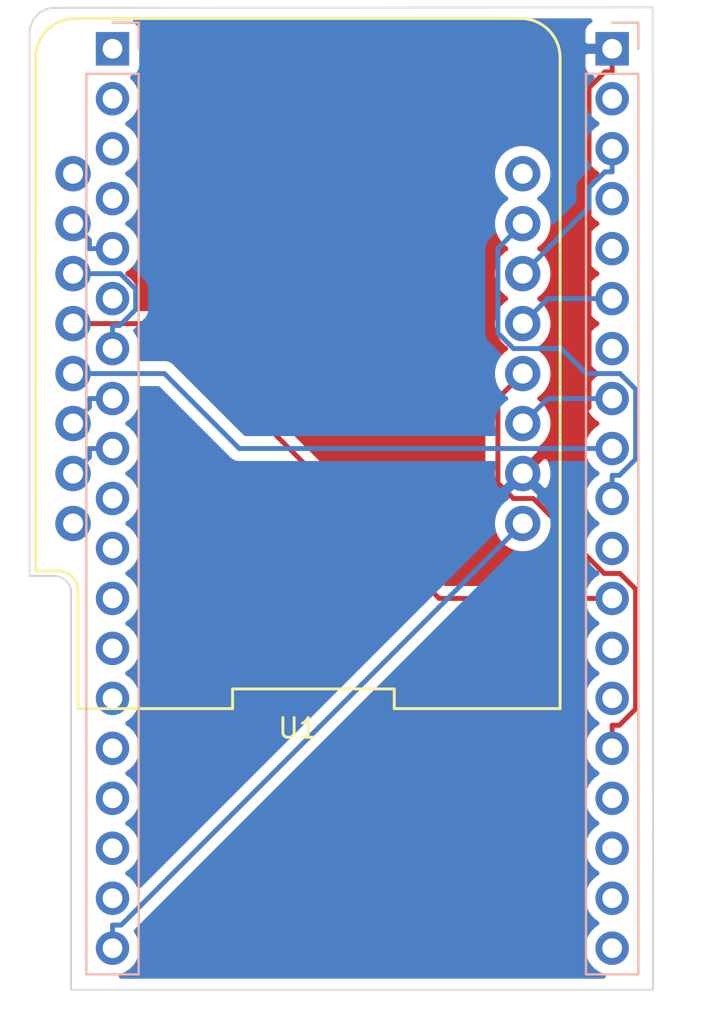
<source format=kicad_pcb>
(kicad_pcb (version 20171130) (host pcbnew "(5.1.5-0-10_14)")

  (general
    (thickness 1.6)
    (drawings 8)
    (tracks 63)
    (zones 0)
    (modules 3)
    (nets 42)
  )

  (page A4)
  (layers
    (0 F.Cu signal)
    (31 B.Cu signal)
    (32 B.Adhes user)
    (33 F.Adhes user)
    (34 B.Paste user)
    (35 F.Paste user)
    (36 B.SilkS user)
    (37 F.SilkS user)
    (38 B.Mask user)
    (39 F.Mask user)
    (40 Dwgs.User user)
    (41 Cmts.User user)
    (42 Eco1.User user)
    (43 Eco2.User user)
    (44 Edge.Cuts user)
    (45 Margin user)
    (46 B.CrtYd user)
    (47 F.CrtYd user)
    (48 B.Fab user)
    (49 F.Fab user)
  )

  (setup
    (last_trace_width 0.25)
    (trace_clearance 0.2)
    (zone_clearance 0.508)
    (zone_45_only no)
    (trace_min 0.2)
    (via_size 0.8)
    (via_drill 0.4)
    (via_min_size 0.4)
    (via_min_drill 0.3)
    (uvia_size 0.3)
    (uvia_drill 0.1)
    (uvias_allowed no)
    (uvia_min_size 0.2)
    (uvia_min_drill 0.1)
    (edge_width 0.05)
    (segment_width 0.2)
    (pcb_text_width 0.3)
    (pcb_text_size 1.5 1.5)
    (mod_edge_width 0.12)
    (mod_text_size 1 1)
    (mod_text_width 0.15)
    (pad_size 1.524 1.524)
    (pad_drill 0.762)
    (pad_to_mask_clearance 0.051)
    (solder_mask_min_width 0.25)
    (aux_axis_origin 0 0)
    (visible_elements FFFFFF7F)
    (pcbplotparams
      (layerselection 0x010fc_ffffffff)
      (usegerberextensions false)
      (usegerberattributes false)
      (usegerberadvancedattributes false)
      (creategerberjobfile false)
      (excludeedgelayer true)
      (linewidth 0.100000)
      (plotframeref false)
      (viasonmask false)
      (mode 1)
      (useauxorigin false)
      (hpglpennumber 1)
      (hpglpenspeed 20)
      (hpglpendiameter 15.000000)
      (psnegative false)
      (psa4output false)
      (plotreference true)
      (plotvalue true)
      (plotinvisibletext false)
      (padsonsilk false)
      (subtractmaskfromsilk false)
      (outputformat 1)
      (mirror false)
      (drillshape 0)
      (scaleselection 1)
      (outputdirectory "gerber/"))
  )

  (net 0 "")
  (net 1 "Net-(J1-Pad19)")
  (net 2 "Net-(J1-Pad18)")
  (net 3 "Net-(J1-Pad17)")
  (net 4 "Net-(J1-Pad16)")
  (net 5 "Net-(J1-Pad15)")
  (net 6 "Net-(J1-Pad14)")
  (net 7 "Net-(J1-Pad13)")
  (net 8 "Net-(J1-Pad12)")
  (net 9 "Net-(J1-Pad11)")
  (net 10 "Net-(J1-Pad10)")
  (net 11 "Net-(J1-Pad9)")
  (net 12 "Net-(J1-Pad8)")
  (net 13 "Net-(J1-Pad7)")
  (net 14 "Net-(J1-Pad6)")
  (net 15 "Net-(J1-Pad5)")
  (net 16 "Net-(J1-Pad4)")
  (net 17 "Net-(J1-Pad3)")
  (net 18 "Net-(J1-Pad2)")
  (net 19 "Net-(J1-Pad1)")
  (net 20 "Net-(J2-Pad19)")
  (net 21 "Net-(J2-Pad18)")
  (net 22 "Net-(J2-Pad17)")
  (net 23 "Net-(J2-Pad16)")
  (net 24 "Net-(J2-Pad15)")
  (net 25 "Net-(J2-Pad14)")
  (net 26 "Net-(J2-Pad13)")
  (net 27 "Net-(J2-Pad12)")
  (net 28 "Net-(J2-Pad11)")
  (net 29 "Net-(J2-Pad10)")
  (net 30 "Net-(J2-Pad9)")
  (net 31 "Net-(J2-Pad8)")
  (net 32 "Net-(J2-Pad7)")
  (net 33 "Net-(J2-Pad6)")
  (net 34 "Net-(J2-Pad5)")
  (net 35 "Net-(J2-Pad4)")
  (net 36 "Net-(J2-Pad3)")
  (net 37 "Net-(J2-Pad2)")
  (net 38 "Net-(U1-Pad16)")
  (net 39 "Net-(U1-Pad1)")
  (net 40 "Net-(U1-Pad8)")
  (net 41 GND)

  (net_class Default "Dies ist die voreingestellte Netzklasse."
    (clearance 0.2)
    (trace_width 0.25)
    (via_dia 0.8)
    (via_drill 0.4)
    (uvia_dia 0.3)
    (uvia_drill 0.1)
    (add_net GND)
    (add_net "Net-(J1-Pad1)")
    (add_net "Net-(J1-Pad10)")
    (add_net "Net-(J1-Pad11)")
    (add_net "Net-(J1-Pad12)")
    (add_net "Net-(J1-Pad13)")
    (add_net "Net-(J1-Pad14)")
    (add_net "Net-(J1-Pad15)")
    (add_net "Net-(J1-Pad16)")
    (add_net "Net-(J1-Pad17)")
    (add_net "Net-(J1-Pad18)")
    (add_net "Net-(J1-Pad19)")
    (add_net "Net-(J1-Pad2)")
    (add_net "Net-(J1-Pad3)")
    (add_net "Net-(J1-Pad4)")
    (add_net "Net-(J1-Pad5)")
    (add_net "Net-(J1-Pad6)")
    (add_net "Net-(J1-Pad7)")
    (add_net "Net-(J1-Pad8)")
    (add_net "Net-(J1-Pad9)")
    (add_net "Net-(J2-Pad10)")
    (add_net "Net-(J2-Pad11)")
    (add_net "Net-(J2-Pad12)")
    (add_net "Net-(J2-Pad13)")
    (add_net "Net-(J2-Pad14)")
    (add_net "Net-(J2-Pad15)")
    (add_net "Net-(J2-Pad16)")
    (add_net "Net-(J2-Pad17)")
    (add_net "Net-(J2-Pad18)")
    (add_net "Net-(J2-Pad19)")
    (add_net "Net-(J2-Pad2)")
    (add_net "Net-(J2-Pad3)")
    (add_net "Net-(J2-Pad4)")
    (add_net "Net-(J2-Pad5)")
    (add_net "Net-(J2-Pad6)")
    (add_net "Net-(J2-Pad7)")
    (add_net "Net-(J2-Pad8)")
    (add_net "Net-(J2-Pad9)")
    (add_net "Net-(U1-Pad1)")
    (add_net "Net-(U1-Pad16)")
    (add_net "Net-(U1-Pad8)")
  )

  (module wemos-d1-mini:wemos-d1-mini-connectors-only (layer F.Cu) (tedit 5EC77245) (tstamp 5EE78995)
    (at 55.1434 45.72 90)
    (path /5EE72A9E)
    (fp_text reference U1 (at -19.3 0) (layer F.SilkS)
      (effects (font (size 1 1) (thickness 0.15)))
    )
    (fp_text value WeMos_D1_mini (at 0 0 90) (layer F.Fab)
      (effects (font (size 1 1) (thickness 0.15)))
    )
    (fp_arc (start -12.48 -12.33) (end -11.48 -12.33) (angle 90) (layer F.CrtYd) (width 0.05))
    (fp_line (start -18.46 -11.33) (end -12.48 -11.33) (layer F.CrtYd) (width 0.05))
    (fp_line (start -11.48 -13.5) (end -11.48 -12.33) (layer F.CrtYd) (width 0.05))
    (fp_line (start -11.3 -13.33) (end -11.3 -13.33) (layer F.SilkS) (width 0.15))
    (fp_line (start -11.3 -12.17) (end -11.3 -13.33) (layer F.SilkS) (width 0.15))
    (fp_arc (start -12.3 -12.18) (end -11.3 -12.18) (angle 90) (layer F.SilkS) (width 0.15))
    (fp_line (start -18.3 -11.18) (end -12.3 -11.18) (layer F.SilkS) (width 0.15))
    (fp_arc (start 14.94 -11.5) (end 14.85 -13.5) (angle 92.57657183) (layer F.CrtYd) (width 0.05))
    (fp_arc (start 14.94 11.5) (end 16.94 11.5) (angle 90) (layer F.CrtYd) (width 0.05))
    (fp_arc (start 14.78 11.33) (end 16.78 11.33) (angle 90) (layer F.SilkS) (width 0.15))
    (fp_arc (start 14.78 -11.33) (end 14.78 -13.33) (angle 90) (layer F.SilkS) (width 0.15))
    (fp_line (start -18.46 13.5) (end -18.46 -11.33) (layer F.CrtYd) (width 0.05))
    (fp_line (start 14.94 13.5) (end -18.46 13.5) (layer F.CrtYd) (width 0.05))
    (fp_line (start 16.94 -11.5) (end 16.94 11.5) (layer F.CrtYd) (width 0.05))
    (fp_line (start -11.48 -13.5) (end 14.85 -13.5) (layer F.CrtYd) (width 0.05))
    (fp_line (start -18.3 4.9) (end -18.3 13.329999) (layer F.SilkS) (width 0.15))
    (fp_line (start -17.3 4.9) (end -18.3 4.9) (layer F.SilkS) (width 0.15))
    (fp_line (start -17.3 -3.32) (end -17.3 4.9) (layer F.SilkS) (width 0.15))
    (fp_line (start -18.3 -3.32) (end -17.3 -3.32) (layer F.SilkS) (width 0.15))
    (fp_line (start -18.3 -11.18) (end -18.3 -3.32) (layer F.SilkS) (width 0.15))
    (fp_line (start 14.78 -13.33) (end -11.3 -13.33) (layer F.SilkS) (width 0.15))
    (fp_line (start 16.78 11.33) (end 16.78 -11.33) (layer F.SilkS) (width 0.15))
    (fp_line (start -18.3 13.33) (end 14.78 13.33) (layer F.SilkS) (width 0.15))
    (pad 16 thru_hole circle (at 8.89 11.43 90) (size 1.8 1.8) (drill 1.016) (layers *.Cu *.Mask)
      (net 38 "Net-(U1-Pad16)"))
    (pad 1 thru_hole circle (at 8.89 -11.43 90) (size 1.8 1.8) (drill 1.016) (layers *.Cu *.Mask)
      (net 39 "Net-(U1-Pad1)"))
    (pad 15 thru_hole circle (at 6.35 11.43 90) (size 1.8 1.8) (drill 1.016) (layers *.Cu *.Mask)
      (net 29 "Net-(J2-Pad10)"))
    (pad 2 thru_hole circle (at 6.35 -11.43 90) (size 1.8 1.8) (drill 1.016) (layers *.Cu *.Mask)
      (net 15 "Net-(J1-Pad5)"))
    (pad 14 thru_hole circle (at 3.81 11.43 90) (size 1.8 1.8) (drill 1.016) (layers *.Cu *.Mask)
      (net 36 "Net-(J2-Pad3)"))
    (pad 3 thru_hole circle (at 3.81 -11.43 90) (size 1.8 1.8) (drill 1.016) (layers *.Cu *.Mask)
      (net 13 "Net-(J1-Pad7)"))
    (pad 13 thru_hole circle (at 1.27 11.43 90) (size 1.8 1.8) (drill 1.016) (layers *.Cu *.Mask)
      (net 33 "Net-(J2-Pad6)"))
    (pad 4 thru_hole circle (at 1.27 -11.43 90) (size 1.8 1.8) (drill 1.016) (layers *.Cu *.Mask)
      (net 27 "Net-(J2-Pad12)"))
    (pad 12 thru_hole circle (at -1.27 11.43 90) (size 1.8 1.8) (drill 1.016) (layers *.Cu *.Mask)
      (net 24 "Net-(J2-Pad15)"))
    (pad 5 thru_hole circle (at -1.27 -11.43 90) (size 1.8 1.8) (drill 1.016) (layers *.Cu *.Mask)
      (net 30 "Net-(J2-Pad9)"))
    (pad 11 thru_hole circle (at -3.81 11.43 90) (size 1.8 1.8) (drill 1.016) (layers *.Cu *.Mask)
      (net 31 "Net-(J2-Pad8)"))
    (pad 6 thru_hole circle (at -3.81 -11.43 90) (size 1.8 1.8) (drill 1.016) (layers *.Cu *.Mask)
      (net 12 "Net-(J1-Pad8)"))
    (pad 10 thru_hole circle (at -6.35 11.43 90) (size 1.8 1.8) (drill 1.016) (layers *.Cu *.Mask)
      (net 41 GND))
    (pad 7 thru_hole circle (at -6.35 -11.43 90) (size 1.8 1.8) (drill 1.016) (layers *.Cu *.Mask)
      (net 11 "Net-(J1-Pad9)"))
    (pad 9 thru_hole circle (at -8.89 11.43 90) (size 1.8 1.8) (drill 1.016) (layers *.Cu *.Mask)
      (net 1 "Net-(J1-Pad19)"))
    (pad 8 thru_hole circle (at -8.89 -11.43 90) (size 1.8 1.8) (drill 1.016) (layers *.Cu *.Mask)
      (net 40 "Net-(U1-Pad8)"))
    (model ${KIPRJMOD}/additional/3dshapes/wemos_d1_mini.3dshapes/SLW-108-01-G-S.wrl
      (offset (xyz 0 -11.39999982878918 0))
      (scale (xyz 0.3937 0.3937 0.3937))
      (rotate (xyz -90 0 0))
    )
    (model ${KIPRJMOD}/additional/3dshapes/wemos_d1_mini.3dshapes/SLW-108-01-G-S.wrl
      (offset (xyz 0 11.39999982878918 0))
      (scale (xyz 0.3937 0.3937 0.3937))
      (rotate (xyz -90 0 0))
    )
    (model ${KIPRJMOD}/additional/3dshapes/wemos_d1_mini.3dshapes/TSW-108-05-G-S.wrl
      (offset (xyz 0 -11.39999982878918 7.299999890364999))
      (scale (xyz 0.3937 0.3937 0.3937))
      (rotate (xyz 90 0 0))
    )
    (model ${KIPRJMOD}/additional/3dshapes/wemos_d1_mini.3dshapes/TSW-108-05-G-S.wrl
      (offset (xyz 0 11.39999982878918 7.299999890364999))
      (scale (xyz 0.3937 0.3937 0.3937))
      (rotate (xyz 90 0 0))
    )
    (model ${KIPRJMOD}/additional/3dshapes/wemos_d1_mini.3dshapes/d1_mini_shield.wrl
      (offset (xyz -18 13 6.5))
      (scale (xyz 0.4 0.4 0.4))
      (rotate (xyz 0 0 90))
    )
  )

  (module Connector_PinHeader_2.54mm:PinHeader_1x19_P2.54mm_Vertical (layer B.Cu) (tedit 59FED5CC) (tstamp 5EE77E78)
    (at 71.12 30.48 180)
    (descr "Through hole straight pin header, 1x19, 2.54mm pitch, single row")
    (tags "Through hole pin header THT 1x19 2.54mm single row")
    (path /5EE8EBD0)
    (fp_text reference J2 (at 0 2.33) (layer B.SilkS) hide
      (effects (font (size 1 1) (thickness 0.15)) (justify mirror))
    )
    (fp_text value Conn_01x19 (at 0 -48.05) (layer B.Fab)
      (effects (font (size 1 1) (thickness 0.15)) (justify mirror))
    )
    (fp_text user %R (at 0 -22.86 270) (layer B.Fab)
      (effects (font (size 1 1) (thickness 0.15)) (justify mirror))
    )
    (fp_line (start 1.8 1.8) (end -1.8 1.8) (layer B.CrtYd) (width 0.05))
    (fp_line (start 1.8 -47.5) (end 1.8 1.8) (layer B.CrtYd) (width 0.05))
    (fp_line (start -1.8 -47.5) (end 1.8 -47.5) (layer B.CrtYd) (width 0.05))
    (fp_line (start -1.8 1.8) (end -1.8 -47.5) (layer B.CrtYd) (width 0.05))
    (fp_line (start -1.33 1.33) (end 0 1.33) (layer B.SilkS) (width 0.12))
    (fp_line (start -1.33 0) (end -1.33 1.33) (layer B.SilkS) (width 0.12))
    (fp_line (start -1.33 -1.27) (end 1.33 -1.27) (layer B.SilkS) (width 0.12))
    (fp_line (start 1.33 -1.27) (end 1.33 -47.05) (layer B.SilkS) (width 0.12))
    (fp_line (start -1.33 -1.27) (end -1.33 -47.05) (layer B.SilkS) (width 0.12))
    (fp_line (start -1.33 -47.05) (end 1.33 -47.05) (layer B.SilkS) (width 0.12))
    (fp_line (start -1.27 0.635) (end -0.635 1.27) (layer B.Fab) (width 0.1))
    (fp_line (start -1.27 -46.99) (end -1.27 0.635) (layer B.Fab) (width 0.1))
    (fp_line (start 1.27 -46.99) (end -1.27 -46.99) (layer B.Fab) (width 0.1))
    (fp_line (start 1.27 1.27) (end 1.27 -46.99) (layer B.Fab) (width 0.1))
    (fp_line (start -0.635 1.27) (end 1.27 1.27) (layer B.Fab) (width 0.1))
    (pad 19 thru_hole oval (at 0 -45.72 180) (size 1.7 1.7) (drill 1) (layers *.Cu *.Mask)
      (net 20 "Net-(J2-Pad19)"))
    (pad 18 thru_hole oval (at 0 -43.18 180) (size 1.7 1.7) (drill 1) (layers *.Cu *.Mask)
      (net 21 "Net-(J2-Pad18)"))
    (pad 17 thru_hole oval (at 0 -40.64 180) (size 1.7 1.7) (drill 1) (layers *.Cu *.Mask)
      (net 22 "Net-(J2-Pad17)"))
    (pad 16 thru_hole oval (at 0 -38.1 180) (size 1.7 1.7) (drill 1) (layers *.Cu *.Mask)
      (net 23 "Net-(J2-Pad16)"))
    (pad 15 thru_hole oval (at 0 -35.56 180) (size 1.7 1.7) (drill 1) (layers *.Cu *.Mask)
      (net 24 "Net-(J2-Pad15)"))
    (pad 14 thru_hole oval (at 0 -33.02 180) (size 1.7 1.7) (drill 1) (layers *.Cu *.Mask)
      (net 25 "Net-(J2-Pad14)"))
    (pad 13 thru_hole oval (at 0 -30.48 180) (size 1.7 1.7) (drill 1) (layers *.Cu *.Mask)
      (net 26 "Net-(J2-Pad13)"))
    (pad 12 thru_hole oval (at 0 -27.94 180) (size 1.7 1.7) (drill 1) (layers *.Cu *.Mask)
      (net 27 "Net-(J2-Pad12)"))
    (pad 11 thru_hole oval (at 0 -25.4 180) (size 1.7 1.7) (drill 1) (layers *.Cu *.Mask)
      (net 28 "Net-(J2-Pad11)"))
    (pad 10 thru_hole oval (at 0 -22.86 180) (size 1.7 1.7) (drill 1) (layers *.Cu *.Mask)
      (net 29 "Net-(J2-Pad10)"))
    (pad 9 thru_hole oval (at 0 -20.32 180) (size 1.7 1.7) (drill 1) (layers *.Cu *.Mask)
      (net 30 "Net-(J2-Pad9)"))
    (pad 8 thru_hole oval (at 0 -17.78 180) (size 1.7 1.7) (drill 1) (layers *.Cu *.Mask)
      (net 31 "Net-(J2-Pad8)"))
    (pad 7 thru_hole oval (at 0 -15.24 180) (size 1.7 1.7) (drill 1) (layers *.Cu *.Mask)
      (net 32 "Net-(J2-Pad7)"))
    (pad 6 thru_hole oval (at 0 -12.7 180) (size 1.7 1.7) (drill 1) (layers *.Cu *.Mask)
      (net 33 "Net-(J2-Pad6)"))
    (pad 5 thru_hole oval (at 0 -10.16 180) (size 1.7 1.7) (drill 1) (layers *.Cu *.Mask)
      (net 34 "Net-(J2-Pad5)"))
    (pad 4 thru_hole oval (at 0 -7.62 180) (size 1.7 1.7) (drill 1) (layers *.Cu *.Mask)
      (net 35 "Net-(J2-Pad4)"))
    (pad 3 thru_hole oval (at 0 -5.08 180) (size 1.7 1.7) (drill 1) (layers *.Cu *.Mask)
      (net 36 "Net-(J2-Pad3)"))
    (pad 2 thru_hole oval (at 0 -2.54 180) (size 1.7 1.7) (drill 1) (layers *.Cu *.Mask)
      (net 37 "Net-(J2-Pad2)"))
    (pad 1 thru_hole rect (at 0 0 180) (size 1.7 1.7) (drill 1) (layers *.Cu *.Mask)
      (net 41 GND))
    (model ${KISYS3DMOD}/Connector_PinHeader_2.54mm.3dshapes/PinHeader_1x19_P2.54mm_Vertical.wrl
      (at (xyz 0 0 0))
      (scale (xyz 1 1 1))
      (rotate (xyz 0 0 0))
    )
  )

  (module Connector_PinHeader_2.54mm:PinHeader_1x19_P2.54mm_Vertical (layer B.Cu) (tedit 59FED5CC) (tstamp 5EE77E51)
    (at 45.72 30.48 180)
    (descr "Through hole straight pin header, 1x19, 2.54mm pitch, single row")
    (tags "Through hole pin header THT 1x19 2.54mm single row")
    (path /5EE8C4DA)
    (fp_text reference J1 (at 0 2.33) (layer B.SilkS) hide
      (effects (font (size 1 1) (thickness 0.15)) (justify mirror))
    )
    (fp_text value Conn_01x19 (at 0 -48.05) (layer B.Fab)
      (effects (font (size 1 1) (thickness 0.15)) (justify mirror))
    )
    (fp_text user %R (at 0 -22.86 270) (layer B.Fab)
      (effects (font (size 1 1) (thickness 0.15)) (justify mirror))
    )
    (fp_line (start 1.8 1.8) (end -1.8 1.8) (layer B.CrtYd) (width 0.05))
    (fp_line (start 1.8 -47.5) (end 1.8 1.8) (layer B.CrtYd) (width 0.05))
    (fp_line (start -1.8 -47.5) (end 1.8 -47.5) (layer B.CrtYd) (width 0.05))
    (fp_line (start -1.8 1.8) (end -1.8 -47.5) (layer B.CrtYd) (width 0.05))
    (fp_line (start -1.33 1.33) (end 0 1.33) (layer B.SilkS) (width 0.12))
    (fp_line (start -1.33 0) (end -1.33 1.33) (layer B.SilkS) (width 0.12))
    (fp_line (start -1.33 -1.27) (end 1.33 -1.27) (layer B.SilkS) (width 0.12))
    (fp_line (start 1.33 -1.27) (end 1.33 -47.05) (layer B.SilkS) (width 0.12))
    (fp_line (start -1.33 -1.27) (end -1.33 -47.05) (layer B.SilkS) (width 0.12))
    (fp_line (start -1.33 -47.05) (end 1.33 -47.05) (layer B.SilkS) (width 0.12))
    (fp_line (start -1.27 0.635) (end -0.635 1.27) (layer B.Fab) (width 0.1))
    (fp_line (start -1.27 -46.99) (end -1.27 0.635) (layer B.Fab) (width 0.1))
    (fp_line (start 1.27 -46.99) (end -1.27 -46.99) (layer B.Fab) (width 0.1))
    (fp_line (start 1.27 1.27) (end 1.27 -46.99) (layer B.Fab) (width 0.1))
    (fp_line (start -0.635 1.27) (end 1.27 1.27) (layer B.Fab) (width 0.1))
    (pad 19 thru_hole oval (at 0 -45.72 180) (size 1.7 1.7) (drill 1) (layers *.Cu *.Mask)
      (net 1 "Net-(J1-Pad19)"))
    (pad 18 thru_hole oval (at 0 -43.18 180) (size 1.7 1.7) (drill 1) (layers *.Cu *.Mask)
      (net 2 "Net-(J1-Pad18)"))
    (pad 17 thru_hole oval (at 0 -40.64 180) (size 1.7 1.7) (drill 1) (layers *.Cu *.Mask)
      (net 3 "Net-(J1-Pad17)"))
    (pad 16 thru_hole oval (at 0 -38.1 180) (size 1.7 1.7) (drill 1) (layers *.Cu *.Mask)
      (net 4 "Net-(J1-Pad16)"))
    (pad 15 thru_hole oval (at 0 -35.56 180) (size 1.7 1.7) (drill 1) (layers *.Cu *.Mask)
      (net 5 "Net-(J1-Pad15)"))
    (pad 14 thru_hole oval (at 0 -33.02 180) (size 1.7 1.7) (drill 1) (layers *.Cu *.Mask)
      (net 6 "Net-(J1-Pad14)"))
    (pad 13 thru_hole oval (at 0 -30.48 180) (size 1.7 1.7) (drill 1) (layers *.Cu *.Mask)
      (net 7 "Net-(J1-Pad13)"))
    (pad 12 thru_hole oval (at 0 -27.94 180) (size 1.7 1.7) (drill 1) (layers *.Cu *.Mask)
      (net 8 "Net-(J1-Pad12)"))
    (pad 11 thru_hole oval (at 0 -25.4 180) (size 1.7 1.7) (drill 1) (layers *.Cu *.Mask)
      (net 9 "Net-(J1-Pad11)"))
    (pad 10 thru_hole oval (at 0 -22.86 180) (size 1.7 1.7) (drill 1) (layers *.Cu *.Mask)
      (net 10 "Net-(J1-Pad10)"))
    (pad 9 thru_hole oval (at 0 -20.32 180) (size 1.7 1.7) (drill 1) (layers *.Cu *.Mask)
      (net 11 "Net-(J1-Pad9)"))
    (pad 8 thru_hole oval (at 0 -17.78 180) (size 1.7 1.7) (drill 1) (layers *.Cu *.Mask)
      (net 12 "Net-(J1-Pad8)"))
    (pad 7 thru_hole oval (at 0 -15.24 180) (size 1.7 1.7) (drill 1) (layers *.Cu *.Mask)
      (net 13 "Net-(J1-Pad7)"))
    (pad 6 thru_hole oval (at 0 -12.7 180) (size 1.7 1.7) (drill 1) (layers *.Cu *.Mask)
      (net 14 "Net-(J1-Pad6)"))
    (pad 5 thru_hole oval (at 0 -10.16 180) (size 1.7 1.7) (drill 1) (layers *.Cu *.Mask)
      (net 15 "Net-(J1-Pad5)"))
    (pad 4 thru_hole oval (at 0 -7.62 180) (size 1.7 1.7) (drill 1) (layers *.Cu *.Mask)
      (net 16 "Net-(J1-Pad4)"))
    (pad 3 thru_hole oval (at 0 -5.08 180) (size 1.7 1.7) (drill 1) (layers *.Cu *.Mask)
      (net 17 "Net-(J1-Pad3)"))
    (pad 2 thru_hole oval (at 0 -2.54 180) (size 1.7 1.7) (drill 1) (layers *.Cu *.Mask)
      (net 18 "Net-(J1-Pad2)"))
    (pad 1 thru_hole rect (at 0 0 180) (size 1.7 1.7) (drill 1) (layers *.Cu *.Mask)
      (net 19 "Net-(J1-Pad1)"))
    (model ${KISYS3DMOD}/Connector_PinHeader_2.54mm.3dshapes/PinHeader_1x19_P2.54mm_Vertical.wrl
      (at (xyz 0 0 0))
      (scale (xyz 1 1 1))
      (rotate (xyz 0 0 0))
    )
  )

  (gr_arc (start 42.798999 29.692599) (end 42.7736 28.3972) (angle -88.9) (layer Edge.Cuts) (width 0.1))
  (gr_arc (start 42.722801 58.193517) (end 43.6118 57.964918) (angle -72.4) (layer Edge.Cuts) (width 0.1))
  (gr_line (start 41.5036 57.277) (end 42.773709 57.27701) (layer Edge.Cuts) (width 0.1))
  (gr_line (start 73.1774 28.3718) (end 73.2028 78.3082) (layer Edge.Cuts) (width 0.1))
  (gr_line (start 42.7736 28.3972) (end 73.1774 28.3718) (layer Edge.Cuts) (width 0.1))
  (gr_line (start 41.5036 57.277) (end 41.5036 29.6926) (layer Edge.Cuts) (width 0.1))
  (gr_line (start 43.6118 78.3082) (end 43.6118 57.964918) (layer Edge.Cuts) (width 0.1))
  (gr_line (start 73.2028 78.3082) (end 43.6118 78.3082) (layer Edge.Cuts) (width 0.1))

  (segment (start 45.72 76.2) (end 45.72 75.0247) (width 0.25) (layer B.Cu) (net 1))
  (segment (start 45.72 75.0247) (end 46.1587 75.0247) (width 0.25) (layer B.Cu) (net 1))
  (segment (start 46.1587 75.0247) (end 66.5734 54.61) (width 0.25) (layer B.Cu) (net 1))
  (segment (start 45.72 50.8) (end 44.5447 50.8) (width 0.25) (layer B.Cu) (net 11))
  (segment (start 44.5447 50.8) (end 44.5447 51.2387) (width 0.25) (layer B.Cu) (net 11))
  (segment (start 44.5447 51.2387) (end 43.7134 52.07) (width 0.25) (layer B.Cu) (net 11))
  (segment (start 45.72 48.26) (end 44.5447 48.26) (width 0.25) (layer B.Cu) (net 12))
  (segment (start 44.5447 48.26) (end 44.5447 48.6987) (width 0.25) (layer B.Cu) (net 12))
  (segment (start 44.5447 48.6987) (end 43.7134 49.53) (width 0.25) (layer B.Cu) (net 12))
  (segment (start 45.72 45.72) (end 45.72 44.5447) (width 0.25) (layer B.Cu) (net 13))
  (segment (start 45.72 44.5447) (end 46.0874 44.5447) (width 0.25) (layer B.Cu) (net 13))
  (segment (start 46.0874 44.5447) (end 46.8953 43.7368) (width 0.25) (layer B.Cu) (net 13))
  (segment (start 46.8953 43.7368) (end 46.8953 42.6931) (width 0.25) (layer B.Cu) (net 13))
  (segment (start 46.8953 42.6931) (end 46.1123 41.9101) (width 0.25) (layer B.Cu) (net 13))
  (segment (start 46.1123 41.9101) (end 43.7134 41.9101) (width 0.25) (layer B.Cu) (net 13))
  (segment (start 43.7134 41.9101) (end 43.7134 41.91) (width 0.25) (layer B.Cu) (net 13))
  (segment (start 45.72 40.64) (end 44.5447 40.64) (width 0.25) (layer B.Cu) (net 15))
  (segment (start 44.5447 40.64) (end 44.5447 40.2013) (width 0.25) (layer B.Cu) (net 15))
  (segment (start 44.5447 40.2013) (end 43.7134 39.37) (width 0.25) (layer B.Cu) (net 15))
  (segment (start 71.12 66.04) (end 71.12 64.8647) (width 0.25) (layer F.Cu) (net 24))
  (segment (start 71.12 64.8647) (end 71.4873 64.8647) (width 0.25) (layer F.Cu) (net 24))
  (segment (start 71.4873 64.8647) (end 72.3123 64.0397) (width 0.25) (layer F.Cu) (net 24))
  (segment (start 72.3123 64.0397) (end 72.3123 57.9462) (width 0.25) (layer F.Cu) (net 24))
  (segment (start 72.3123 57.9462) (end 71.5161 57.15) (width 0.25) (layer F.Cu) (net 24))
  (segment (start 71.5161 57.15) (end 70.7145 57.15) (width 0.25) (layer F.Cu) (net 24))
  (segment (start 70.7145 57.15) (end 68.5342 54.9697) (width 0.25) (layer F.Cu) (net 24))
  (segment (start 68.5342 54.9697) (end 68.5342 54.7659) (width 0.25) (layer F.Cu) (net 24))
  (segment (start 68.5342 54.7659) (end 67.1083 53.34) (width 0.25) (layer F.Cu) (net 24))
  (segment (start 67.1083 53.34) (end 66.1003 53.34) (width 0.25) (layer F.Cu) (net 24))
  (segment (start 66.1003 53.34) (end 65.3114 52.5511) (width 0.25) (layer F.Cu) (net 24))
  (segment (start 65.3114 52.5511) (end 65.3114 48.252) (width 0.25) (layer F.Cu) (net 24))
  (segment (start 65.3114 48.252) (end 66.5734 46.99) (width 0.25) (layer F.Cu) (net 24))
  (segment (start 71.12 58.42) (end 62.3264 58.42) (width 0.25) (layer F.Cu) (net 27))
  (segment (start 62.3264 58.42) (end 48.3564 44.45) (width 0.25) (layer F.Cu) (net 27))
  (segment (start 48.3564 44.45) (end 43.7134 44.45) (width 0.25) (layer F.Cu) (net 27))
  (segment (start 71.12 53.34) (end 71.12 52.1647) (width 0.25) (layer B.Cu) (net 29))
  (segment (start 71.12 52.1647) (end 71.4873 52.1647) (width 0.25) (layer B.Cu) (net 29))
  (segment (start 71.4873 52.1647) (end 72.3123 51.3397) (width 0.25) (layer B.Cu) (net 29))
  (segment (start 72.3123 51.3397) (end 72.3123 47.7862) (width 0.25) (layer B.Cu) (net 29))
  (segment (start 72.3123 47.7862) (end 71.5161 46.99) (width 0.25) (layer B.Cu) (net 29))
  (segment (start 71.5161 46.99) (end 69.8042 46.99) (width 0.25) (layer B.Cu) (net 29))
  (segment (start 69.8042 46.99) (end 68.5342 45.72) (width 0.25) (layer B.Cu) (net 29))
  (segment (start 68.5342 45.72) (end 66.1046 45.72) (width 0.25) (layer B.Cu) (net 29))
  (segment (start 66.1046 45.72) (end 65.3117 44.9271) (width 0.25) (layer B.Cu) (net 29))
  (segment (start 65.3117 44.9271) (end 65.3117 40.6317) (width 0.25) (layer B.Cu) (net 29))
  (segment (start 65.3117 40.6317) (end 66.5734 39.37) (width 0.25) (layer B.Cu) (net 29))
  (segment (start 71.12 50.8) (end 52.1664 50.8) (width 0.25) (layer B.Cu) (net 30))
  (segment (start 52.1664 50.8) (end 48.3564 46.99) (width 0.25) (layer B.Cu) (net 30))
  (segment (start 48.3564 46.99) (end 43.7134 46.99) (width 0.25) (layer B.Cu) (net 30))
  (segment (start 71.12 48.26) (end 67.8434 48.26) (width 0.25) (layer B.Cu) (net 31))
  (segment (start 67.8434 48.26) (end 66.5734 49.53) (width 0.25) (layer B.Cu) (net 31))
  (segment (start 71.12 43.18) (end 67.8434 43.18) (width 0.25) (layer B.Cu) (net 33))
  (segment (start 67.8434 43.18) (end 66.5734 44.45) (width 0.25) (layer B.Cu) (net 33))
  (segment (start 71.12 35.56) (end 71.12 36.7353) (width 0.25) (layer B.Cu) (net 36))
  (segment (start 71.12 36.7353) (end 70.7526 36.7353) (width 0.25) (layer B.Cu) (net 36))
  (segment (start 70.7526 36.7353) (end 69.9447 37.5432) (width 0.25) (layer B.Cu) (net 36))
  (segment (start 69.9447 37.5432) (end 69.9447 38.5387) (width 0.25) (layer B.Cu) (net 36))
  (segment (start 69.9447 38.5387) (end 66.5734 41.91) (width 0.25) (layer B.Cu) (net 36))
  (segment (start 71.12 30.48) (end 71.12 31.6553) (width 0.25) (layer F.Cu) (net 41))
  (segment (start 71.12 31.6553) (end 70.7526 31.6553) (width 0.25) (layer F.Cu) (net 41))
  (segment (start 70.7526 31.6553) (end 69.9447 32.4632) (width 0.25) (layer F.Cu) (net 41))
  (segment (start 69.9447 32.4632) (end 69.9447 48.6987) (width 0.25) (layer F.Cu) (net 41))
  (segment (start 69.9447 48.6987) (end 66.5734 52.07) (width 0.25) (layer F.Cu) (net 41))

  (zone (net 41) (net_name GND) (layer F.Cu) (tstamp 5EE79FA7) (hatch edge 0.508)
    (connect_pads (clearance 0.508))
    (min_thickness 0.254)
    (fill yes (arc_segments 32) (thermal_gap 0.508) (thermal_bridge_width 0.508))
    (polygon
      (pts
        (xy 76 80) (xy 40 80) (xy 40 28) (xy 76 28)
      )
    )
    (filled_polygon
      (pts
        (xy 69.915506 29.099463) (xy 69.818815 29.178815) (xy 69.739463 29.275506) (xy 69.680498 29.38582) (xy 69.644188 29.505518)
        (xy 69.631928 29.63) (xy 69.635 30.19425) (xy 69.79375 30.353) (xy 70.993 30.353) (xy 70.993 30.333)
        (xy 71.247 30.333) (xy 71.247 30.353) (xy 71.267 30.353) (xy 71.267 30.607) (xy 71.247 30.607)
        (xy 71.247 30.627) (xy 70.993 30.627) (xy 70.993 30.607) (xy 69.79375 30.607) (xy 69.635 30.76575)
        (xy 69.631928 31.33) (xy 69.644188 31.454482) (xy 69.680498 31.57418) (xy 69.739463 31.684494) (xy 69.818815 31.781185)
        (xy 69.915506 31.860537) (xy 70.02582 31.919502) (xy 70.09838 31.941513) (xy 69.966525 32.073368) (xy 69.80401 32.316589)
        (xy 69.692068 32.586842) (xy 69.635 32.87374) (xy 69.635 33.16626) (xy 69.692068 33.453158) (xy 69.80401 33.723411)
        (xy 69.966525 33.966632) (xy 70.173368 34.173475) (xy 70.34776 34.29) (xy 70.173368 34.406525) (xy 69.966525 34.613368)
        (xy 69.80401 34.856589) (xy 69.692068 35.126842) (xy 69.635 35.41374) (xy 69.635 35.70626) (xy 69.692068 35.993158)
        (xy 69.80401 36.263411) (xy 69.966525 36.506632) (xy 70.173368 36.713475) (xy 70.34776 36.83) (xy 70.173368 36.946525)
        (xy 69.966525 37.153368) (xy 69.80401 37.396589) (xy 69.692068 37.666842) (xy 69.635 37.95374) (xy 69.635 38.24626)
        (xy 69.692068 38.533158) (xy 69.80401 38.803411) (xy 69.966525 39.046632) (xy 70.173368 39.253475) (xy 70.34776 39.37)
        (xy 70.173368 39.486525) (xy 69.966525 39.693368) (xy 69.80401 39.936589) (xy 69.692068 40.206842) (xy 69.635 40.49374)
        (xy 69.635 40.78626) (xy 69.692068 41.073158) (xy 69.80401 41.343411) (xy 69.966525 41.586632) (xy 70.173368 41.793475)
        (xy 70.34776 41.91) (xy 70.173368 42.026525) (xy 69.966525 42.233368) (xy 69.80401 42.476589) (xy 69.692068 42.746842)
        (xy 69.635 43.03374) (xy 69.635 43.32626) (xy 69.692068 43.613158) (xy 69.80401 43.883411) (xy 69.966525 44.126632)
        (xy 70.173368 44.333475) (xy 70.34776 44.45) (xy 70.173368 44.566525) (xy 69.966525 44.773368) (xy 69.80401 45.016589)
        (xy 69.692068 45.286842) (xy 69.635 45.57374) (xy 69.635 45.86626) (xy 69.692068 46.153158) (xy 69.80401 46.423411)
        (xy 69.966525 46.666632) (xy 70.173368 46.873475) (xy 70.34776 46.99) (xy 70.173368 47.106525) (xy 69.966525 47.313368)
        (xy 69.80401 47.556589) (xy 69.692068 47.826842) (xy 69.635 48.11374) (xy 69.635 48.40626) (xy 69.692068 48.693158)
        (xy 69.80401 48.963411) (xy 69.966525 49.206632) (xy 70.173368 49.413475) (xy 70.34776 49.53) (xy 70.173368 49.646525)
        (xy 69.966525 49.853368) (xy 69.80401 50.096589) (xy 69.692068 50.366842) (xy 69.635 50.65374) (xy 69.635 50.94626)
        (xy 69.692068 51.233158) (xy 69.80401 51.503411) (xy 69.966525 51.746632) (xy 70.173368 51.953475) (xy 70.34776 52.07)
        (xy 70.173368 52.186525) (xy 69.966525 52.393368) (xy 69.80401 52.636589) (xy 69.692068 52.906842) (xy 69.635 53.19374)
        (xy 69.635 53.48626) (xy 69.692068 53.773158) (xy 69.80401 54.043411) (xy 69.966525 54.286632) (xy 70.173368 54.493475)
        (xy 70.34776 54.61) (xy 70.173368 54.726525) (xy 69.966525 54.933368) (xy 69.808769 55.169467) (xy 69.286151 54.64685)
        (xy 69.283203 54.616915) (xy 69.239746 54.473654) (xy 69.239746 54.473653) (xy 69.169174 54.341623) (xy 69.097999 54.254897)
        (xy 69.074201 54.225899) (xy 69.045203 54.202101) (xy 67.757923 52.914822) (xy 67.891661 52.870792) (xy 68.022558 52.598225)
        (xy 68.097765 52.305358) (xy 68.114391 52.003447) (xy 68.071797 51.704093) (xy 67.971622 51.418801) (xy 67.891661 51.269208)
        (xy 67.63748 51.185525) (xy 66.753005 52.07) (xy 66.767148 52.084143) (xy 66.587543 52.263748) (xy 66.5734 52.249605)
        (xy 66.559258 52.263748) (xy 66.379653 52.084143) (xy 66.393795 52.07) (xy 66.379653 52.055858) (xy 66.559258 51.876253)
        (xy 66.5734 51.890395) (xy 67.457875 51.00592) (xy 67.398295 50.824951) (xy 67.551905 50.722312) (xy 67.765712 50.508505)
        (xy 67.933699 50.257095) (xy 68.049411 49.977743) (xy 68.1084 49.681184) (xy 68.1084 49.378816) (xy 68.049411 49.082257)
        (xy 67.933699 48.802905) (xy 67.765712 48.551495) (xy 67.551905 48.337688) (xy 67.435637 48.26) (xy 67.551905 48.182312)
        (xy 67.765712 47.968505) (xy 67.933699 47.717095) (xy 68.049411 47.437743) (xy 68.1084 47.141184) (xy 68.1084 46.838816)
        (xy 68.049411 46.542257) (xy 67.933699 46.262905) (xy 67.765712 46.011495) (xy 67.551905 45.797688) (xy 67.435637 45.72)
        (xy 67.551905 45.642312) (xy 67.765712 45.428505) (xy 67.933699 45.177095) (xy 68.049411 44.897743) (xy 68.1084 44.601184)
        (xy 68.1084 44.298816) (xy 68.049411 44.002257) (xy 67.933699 43.722905) (xy 67.765712 43.471495) (xy 67.551905 43.257688)
        (xy 67.435637 43.18) (xy 67.551905 43.102312) (xy 67.765712 42.888505) (xy 67.933699 42.637095) (xy 68.049411 42.357743)
        (xy 68.1084 42.061184) (xy 68.1084 41.758816) (xy 68.049411 41.462257) (xy 67.933699 41.182905) (xy 67.765712 40.931495)
        (xy 67.551905 40.717688) (xy 67.435637 40.64) (xy 67.551905 40.562312) (xy 67.765712 40.348505) (xy 67.933699 40.097095)
        (xy 68.049411 39.817743) (xy 68.1084 39.521184) (xy 68.1084 39.218816) (xy 68.049411 38.922257) (xy 67.933699 38.642905)
        (xy 67.765712 38.391495) (xy 67.551905 38.177688) (xy 67.435637 38.1) (xy 67.551905 38.022312) (xy 67.765712 37.808505)
        (xy 67.933699 37.557095) (xy 68.049411 37.277743) (xy 68.1084 36.981184) (xy 68.1084 36.678816) (xy 68.049411 36.382257)
        (xy 67.933699 36.102905) (xy 67.765712 35.851495) (xy 67.551905 35.637688) (xy 67.300495 35.469701) (xy 67.021143 35.353989)
        (xy 66.724584 35.295) (xy 66.422216 35.295) (xy 66.125657 35.353989) (xy 65.846305 35.469701) (xy 65.594895 35.637688)
        (xy 65.381088 35.851495) (xy 65.213101 36.102905) (xy 65.097389 36.382257) (xy 65.0384 36.678816) (xy 65.0384 36.981184)
        (xy 65.097389 37.277743) (xy 65.213101 37.557095) (xy 65.381088 37.808505) (xy 65.594895 38.022312) (xy 65.711163 38.1)
        (xy 65.594895 38.177688) (xy 65.381088 38.391495) (xy 65.213101 38.642905) (xy 65.097389 38.922257) (xy 65.0384 39.218816)
        (xy 65.0384 39.521184) (xy 65.097389 39.817743) (xy 65.213101 40.097095) (xy 65.381088 40.348505) (xy 65.594895 40.562312)
        (xy 65.711163 40.64) (xy 65.594895 40.717688) (xy 65.381088 40.931495) (xy 65.213101 41.182905) (xy 65.097389 41.462257)
        (xy 65.0384 41.758816) (xy 65.0384 42.061184) (xy 65.097389 42.357743) (xy 65.213101 42.637095) (xy 65.381088 42.888505)
        (xy 65.594895 43.102312) (xy 65.711163 43.18) (xy 65.594895 43.257688) (xy 65.381088 43.471495) (xy 65.213101 43.722905)
        (xy 65.097389 44.002257) (xy 65.0384 44.298816) (xy 65.0384 44.601184) (xy 65.097389 44.897743) (xy 65.213101 45.177095)
        (xy 65.381088 45.428505) (xy 65.594895 45.642312) (xy 65.711163 45.72) (xy 65.594895 45.797688) (xy 65.381088 46.011495)
        (xy 65.213101 46.262905) (xy 65.097389 46.542257) (xy 65.0384 46.838816) (xy 65.0384 47.141184) (xy 65.089669 47.39893)
        (xy 64.800398 47.688201) (xy 64.7714 47.711999) (xy 64.747602 47.740997) (xy 64.747601 47.740998) (xy 64.676426 47.827724)
        (xy 64.605854 47.959754) (xy 64.562398 48.103015) (xy 64.547724 48.252) (xy 64.551401 48.289332) (xy 64.5514 52.513777)
        (xy 64.547724 52.5511) (xy 64.5514 52.588422) (xy 64.5514 52.588432) (xy 64.562397 52.700085) (xy 64.591824 52.797095)
        (xy 64.605854 52.843346) (xy 64.676426 52.975376) (xy 64.716271 53.023926) (xy 64.771399 53.091101) (xy 64.800402 53.114903)
        (xy 65.355415 53.669917) (xy 65.213101 53.882905) (xy 65.097389 54.162257) (xy 65.0384 54.458816) (xy 65.0384 54.761184)
        (xy 65.097389 55.057743) (xy 65.213101 55.337095) (xy 65.381088 55.588505) (xy 65.594895 55.802312) (xy 65.846305 55.970299)
        (xy 66.125657 56.086011) (xy 66.422216 56.145) (xy 66.724584 56.145) (xy 67.021143 56.086011) (xy 67.300495 55.970299)
        (xy 67.551905 55.802312) (xy 67.765712 55.588505) (xy 67.897656 55.391038) (xy 67.899226 55.393976) (xy 67.939071 55.442526)
        (xy 67.994199 55.509701) (xy 68.023203 55.533504) (xy 69.96514 57.475441) (xy 69.841822 57.66) (xy 62.641203 57.66)
        (xy 48.920204 43.939003) (xy 48.896401 43.909999) (xy 48.780676 43.815026) (xy 48.648647 43.744454) (xy 48.505386 43.700997)
        (xy 48.393733 43.69) (xy 48.393722 43.69) (xy 48.3564 43.686324) (xy 48.319078 43.69) (xy 47.116103 43.69)
        (xy 47.147932 43.613158) (xy 47.205 43.32626) (xy 47.205 43.03374) (xy 47.147932 42.746842) (xy 47.03599 42.476589)
        (xy 46.873475 42.233368) (xy 46.666632 42.026525) (xy 46.49224 41.91) (xy 46.666632 41.793475) (xy 46.873475 41.586632)
        (xy 47.03599 41.343411) (xy 47.147932 41.073158) (xy 47.205 40.78626) (xy 47.205 40.49374) (xy 47.147932 40.206842)
        (xy 47.03599 39.936589) (xy 46.873475 39.693368) (xy 46.666632 39.486525) (xy 46.49224 39.37) (xy 46.666632 39.253475)
        (xy 46.873475 39.046632) (xy 47.03599 38.803411) (xy 47.147932 38.533158) (xy 47.205 38.24626) (xy 47.205 37.95374)
        (xy 47.147932 37.666842) (xy 47.03599 37.396589) (xy 46.873475 37.153368) (xy 46.666632 36.946525) (xy 46.49224 36.83)
        (xy 46.666632 36.713475) (xy 46.873475 36.506632) (xy 47.03599 36.263411) (xy 47.147932 35.993158) (xy 47.205 35.70626)
        (xy 47.205 35.41374) (xy 47.147932 35.126842) (xy 47.03599 34.856589) (xy 46.873475 34.613368) (xy 46.666632 34.406525)
        (xy 46.49224 34.29) (xy 46.666632 34.173475) (xy 46.873475 33.966632) (xy 47.03599 33.723411) (xy 47.147932 33.453158)
        (xy 47.205 33.16626) (xy 47.205 32.87374) (xy 47.147932 32.586842) (xy 47.03599 32.316589) (xy 46.873475 32.073368)
        (xy 46.74162 31.941513) (xy 46.81418 31.919502) (xy 46.924494 31.860537) (xy 47.021185 31.781185) (xy 47.100537 31.684494)
        (xy 47.159502 31.57418) (xy 47.195812 31.454482) (xy 47.208072 31.33) (xy 47.208072 29.63) (xy 47.195812 29.505518)
        (xy 47.159502 29.38582) (xy 47.100537 29.275506) (xy 47.021185 29.178815) (xy 46.924494 29.099463) (xy 46.88577 29.078764)
        (xy 69.990341 29.059462)
      )
    )
  )
  (zone (net 41) (net_name GND) (layer B.Cu) (tstamp 5EE79FA4) (hatch edge 0.508)
    (connect_pads (clearance 0.508))
    (min_thickness 0.254)
    (fill yes (arc_segments 32) (thermal_gap 0.508) (thermal_bridge_width 0.508))
    (polygon
      (pts
        (xy 76 80) (xy 40 80) (xy 40 28) (xy 76 28)
      )
    )
    (filled_polygon
      (pts
        (xy 51.602601 51.311003) (xy 51.626399 51.340001) (xy 51.742124 51.434974) (xy 51.874153 51.505546) (xy 52.017414 51.549003)
        (xy 52.129067 51.56) (xy 52.129075 51.56) (xy 52.1664 51.563676) (xy 52.203725 51.56) (xy 65.119562 51.56)
        (xy 65.049035 51.834642) (xy 65.032409 52.136553) (xy 65.075003 52.435907) (xy 65.175178 52.721199) (xy 65.255139 52.870792)
        (xy 65.50932 52.954475) (xy 66.393795 52.07) (xy 66.379653 52.055858) (xy 66.559258 51.876253) (xy 66.5734 51.890395)
        (xy 66.587543 51.876253) (xy 66.767148 52.055858) (xy 66.753005 52.07) (xy 67.63748 52.954475) (xy 67.891661 52.870792)
        (xy 68.022558 52.598225) (xy 68.097765 52.305358) (xy 68.114391 52.003447) (xy 68.071797 51.704093) (xy 68.021201 51.56)
        (xy 69.841822 51.56) (xy 69.966525 51.746632) (xy 70.173368 51.953475) (xy 70.34776 52.07) (xy 70.173368 52.186525)
        (xy 69.966525 52.393368) (xy 69.80401 52.636589) (xy 69.692068 52.906842) (xy 69.635 53.19374) (xy 69.635 53.48626)
        (xy 69.692068 53.773158) (xy 69.80401 54.043411) (xy 69.966525 54.286632) (xy 70.173368 54.493475) (xy 70.34776 54.61)
        (xy 70.173368 54.726525) (xy 69.966525 54.933368) (xy 69.80401 55.176589) (xy 69.692068 55.446842) (xy 69.635 55.73374)
        (xy 69.635 56.02626) (xy 69.692068 56.313158) (xy 69.80401 56.583411) (xy 69.966525 56.826632) (xy 70.173368 57.033475)
        (xy 70.34776 57.15) (xy 70.173368 57.266525) (xy 69.966525 57.473368) (xy 69.80401 57.716589) (xy 69.692068 57.986842)
        (xy 69.635 58.27374) (xy 69.635 58.56626) (xy 69.692068 58.853158) (xy 69.80401 59.123411) (xy 69.966525 59.366632)
        (xy 70.173368 59.573475) (xy 70.34776 59.69) (xy 70.173368 59.806525) (xy 69.966525 60.013368) (xy 69.80401 60.256589)
        (xy 69.692068 60.526842) (xy 69.635 60.81374) (xy 69.635 61.10626) (xy 69.692068 61.393158) (xy 69.80401 61.663411)
        (xy 69.966525 61.906632) (xy 70.173368 62.113475) (xy 70.34776 62.23) (xy 70.173368 62.346525) (xy 69.966525 62.553368)
        (xy 69.80401 62.796589) (xy 69.692068 63.066842) (xy 69.635 63.35374) (xy 69.635 63.64626) (xy 69.692068 63.933158)
        (xy 69.80401 64.203411) (xy 69.966525 64.446632) (xy 70.173368 64.653475) (xy 70.34776 64.77) (xy 70.173368 64.886525)
        (xy 69.966525 65.093368) (xy 69.80401 65.336589) (xy 69.692068 65.606842) (xy 69.635 65.89374) (xy 69.635 66.18626)
        (xy 69.692068 66.473158) (xy 69.80401 66.743411) (xy 69.966525 66.986632) (xy 70.173368 67.193475) (xy 70.34776 67.31)
        (xy 70.173368 67.426525) (xy 69.966525 67.633368) (xy 69.80401 67.876589) (xy 69.692068 68.146842) (xy 69.635 68.43374)
        (xy 69.635 68.72626) (xy 69.692068 69.013158) (xy 69.80401 69.283411) (xy 69.966525 69.526632) (xy 70.173368 69.733475)
        (xy 70.34776 69.85) (xy 70.173368 69.966525) (xy 69.966525 70.173368) (xy 69.80401 70.416589) (xy 69.692068 70.686842)
        (xy 69.635 70.97374) (xy 69.635 71.26626) (xy 69.692068 71.553158) (xy 69.80401 71.823411) (xy 69.966525 72.066632)
        (xy 70.173368 72.273475) (xy 70.34776 72.39) (xy 70.173368 72.506525) (xy 69.966525 72.713368) (xy 69.80401 72.956589)
        (xy 69.692068 73.226842) (xy 69.635 73.51374) (xy 69.635 73.80626) (xy 69.692068 74.093158) (xy 69.80401 74.363411)
        (xy 69.966525 74.606632) (xy 70.173368 74.813475) (xy 70.34776 74.93) (xy 70.173368 75.046525) (xy 69.966525 75.253368)
        (xy 69.80401 75.496589) (xy 69.692068 75.766842) (xy 69.635 76.05374) (xy 69.635 76.34626) (xy 69.692068 76.633158)
        (xy 69.80401 76.903411) (xy 69.966525 77.146632) (xy 70.173368 77.353475) (xy 70.416589 77.51599) (xy 70.675418 77.6232)
        (xy 46.164582 77.6232) (xy 46.423411 77.51599) (xy 46.666632 77.353475) (xy 46.873475 77.146632) (xy 47.03599 76.903411)
        (xy 47.147932 76.633158) (xy 47.205 76.34626) (xy 47.205 76.05374) (xy 47.147932 75.766842) (xy 47.03599 75.496589)
        (xy 46.92609 75.332111) (xy 66.164471 56.093731) (xy 66.422216 56.145) (xy 66.724584 56.145) (xy 67.021143 56.086011)
        (xy 67.300495 55.970299) (xy 67.551905 55.802312) (xy 67.765712 55.588505) (xy 67.933699 55.337095) (xy 68.049411 55.057743)
        (xy 68.1084 54.761184) (xy 68.1084 54.458816) (xy 68.049411 54.162257) (xy 67.933699 53.882905) (xy 67.765712 53.631495)
        (xy 67.551905 53.417688) (xy 67.398295 53.315049) (xy 67.457875 53.13408) (xy 66.5734 52.249605) (xy 65.688925 53.13408)
        (xy 65.748505 53.315049) (xy 65.594895 53.417688) (xy 65.381088 53.631495) (xy 65.213101 53.882905) (xy 65.097389 54.162257)
        (xy 65.0384 54.458816) (xy 65.0384 54.761184) (xy 65.089669 55.018929) (xy 47.069971 73.038628) (xy 47.03599 72.956589)
        (xy 46.873475 72.713368) (xy 46.666632 72.506525) (xy 46.49224 72.39) (xy 46.666632 72.273475) (xy 46.873475 72.066632)
        (xy 47.03599 71.823411) (xy 47.147932 71.553158) (xy 47.205 71.26626) (xy 47.205 70.97374) (xy 47.147932 70.686842)
        (xy 47.03599 70.416589) (xy 46.873475 70.173368) (xy 46.666632 69.966525) (xy 46.49224 69.85) (xy 46.666632 69.733475)
        (xy 46.873475 69.526632) (xy 47.03599 69.283411) (xy 47.147932 69.013158) (xy 47.205 68.72626) (xy 47.205 68.43374)
        (xy 47.147932 68.146842) (xy 47.03599 67.876589) (xy 46.873475 67.633368) (xy 46.666632 67.426525) (xy 46.49224 67.31)
        (xy 46.666632 67.193475) (xy 46.873475 66.986632) (xy 47.03599 66.743411) (xy 47.147932 66.473158) (xy 47.205 66.18626)
        (xy 47.205 65.89374) (xy 47.147932 65.606842) (xy 47.03599 65.336589) (xy 46.873475 65.093368) (xy 46.666632 64.886525)
        (xy 46.49224 64.77) (xy 46.666632 64.653475) (xy 46.873475 64.446632) (xy 47.03599 64.203411) (xy 47.147932 63.933158)
        (xy 47.205 63.64626) (xy 47.205 63.35374) (xy 47.147932 63.066842) (xy 47.03599 62.796589) (xy 46.873475 62.553368)
        (xy 46.666632 62.346525) (xy 46.49224 62.23) (xy 46.666632 62.113475) (xy 46.873475 61.906632) (xy 47.03599 61.663411)
        (xy 47.147932 61.393158) (xy 47.205 61.10626) (xy 47.205 60.81374) (xy 47.147932 60.526842) (xy 47.03599 60.256589)
        (xy 46.873475 60.013368) (xy 46.666632 59.806525) (xy 46.49224 59.69) (xy 46.666632 59.573475) (xy 46.873475 59.366632)
        (xy 47.03599 59.123411) (xy 47.147932 58.853158) (xy 47.205 58.56626) (xy 47.205 58.27374) (xy 47.147932 57.986842)
        (xy 47.03599 57.716589) (xy 46.873475 57.473368) (xy 46.666632 57.266525) (xy 46.49224 57.15) (xy 46.666632 57.033475)
        (xy 46.873475 56.826632) (xy 47.03599 56.583411) (xy 47.147932 56.313158) (xy 47.205 56.02626) (xy 47.205 55.73374)
        (xy 47.147932 55.446842) (xy 47.03599 55.176589) (xy 46.873475 54.933368) (xy 46.666632 54.726525) (xy 46.49224 54.61)
        (xy 46.666632 54.493475) (xy 46.873475 54.286632) (xy 47.03599 54.043411) (xy 47.147932 53.773158) (xy 47.205 53.48626)
        (xy 47.205 53.19374) (xy 47.147932 52.906842) (xy 47.03599 52.636589) (xy 46.873475 52.393368) (xy 46.666632 52.186525)
        (xy 46.49224 52.07) (xy 46.666632 51.953475) (xy 46.873475 51.746632) (xy 47.03599 51.503411) (xy 47.147932 51.233158)
        (xy 47.205 50.94626) (xy 47.205 50.65374) (xy 47.147932 50.366842) (xy 47.03599 50.096589) (xy 46.873475 49.853368)
        (xy 46.666632 49.646525) (xy 46.49224 49.53) (xy 46.666632 49.413475) (xy 46.873475 49.206632) (xy 47.03599 48.963411)
        (xy 47.147932 48.693158) (xy 47.205 48.40626) (xy 47.205 48.11374) (xy 47.147932 47.826842) (xy 47.116103 47.75)
        (xy 48.041599 47.75)
      )
    )
    (filled_polygon
      (pts
        (xy 69.915506 29.099463) (xy 69.818815 29.178815) (xy 69.739463 29.275506) (xy 69.680498 29.38582) (xy 69.644188 29.505518)
        (xy 69.631928 29.63) (xy 69.635 30.19425) (xy 69.79375 30.353) (xy 70.993 30.353) (xy 70.993 30.333)
        (xy 71.247 30.333) (xy 71.247 30.353) (xy 71.267 30.353) (xy 71.267 30.607) (xy 71.247 30.607)
        (xy 71.247 30.627) (xy 70.993 30.627) (xy 70.993 30.607) (xy 69.79375 30.607) (xy 69.635 30.76575)
        (xy 69.631928 31.33) (xy 69.644188 31.454482) (xy 69.680498 31.57418) (xy 69.739463 31.684494) (xy 69.818815 31.781185)
        (xy 69.915506 31.860537) (xy 70.02582 31.919502) (xy 70.09838 31.941513) (xy 69.966525 32.073368) (xy 69.80401 32.316589)
        (xy 69.692068 32.586842) (xy 69.635 32.87374) (xy 69.635 33.16626) (xy 69.692068 33.453158) (xy 69.80401 33.723411)
        (xy 69.966525 33.966632) (xy 70.173368 34.173475) (xy 70.34776 34.29) (xy 70.173368 34.406525) (xy 69.966525 34.613368)
        (xy 69.80401 34.856589) (xy 69.692068 35.126842) (xy 69.635 35.41374) (xy 69.635 35.70626) (xy 69.692068 35.993158)
        (xy 69.80401 36.263411) (xy 69.942469 36.470629) (xy 69.433702 36.979397) (xy 69.404699 37.003199) (xy 69.349571 37.070374)
        (xy 69.309726 37.118924) (xy 69.24164 37.246303) (xy 69.239154 37.250954) (xy 69.195697 37.394215) (xy 69.1847 37.505868)
        (xy 69.1847 37.505878) (xy 69.181024 37.5432) (xy 69.1847 37.580523) (xy 69.184701 38.223897) (xy 68.1084 39.300198)
        (xy 68.1084 39.218816) (xy 68.049411 38.922257) (xy 67.933699 38.642905) (xy 67.765712 38.391495) (xy 67.551905 38.177688)
        (xy 67.435637 38.1) (xy 67.551905 38.022312) (xy 67.765712 37.808505) (xy 67.933699 37.557095) (xy 68.049411 37.277743)
        (xy 68.1084 36.981184) (xy 68.1084 36.678816) (xy 68.049411 36.382257) (xy 67.933699 36.102905) (xy 67.765712 35.851495)
        (xy 67.551905 35.637688) (xy 67.300495 35.469701) (xy 67.021143 35.353989) (xy 66.724584 35.295) (xy 66.422216 35.295)
        (xy 66.125657 35.353989) (xy 65.846305 35.469701) (xy 65.594895 35.637688) (xy 65.381088 35.851495) (xy 65.213101 36.102905)
        (xy 65.097389 36.382257) (xy 65.0384 36.678816) (xy 65.0384 36.981184) (xy 65.097389 37.277743) (xy 65.213101 37.557095)
        (xy 65.381088 37.808505) (xy 65.594895 38.022312) (xy 65.711163 38.1) (xy 65.594895 38.177688) (xy 65.381088 38.391495)
        (xy 65.213101 38.642905) (xy 65.097389 38.922257) (xy 65.0384 39.218816) (xy 65.0384 39.521184) (xy 65.089669 39.77893)
        (xy 64.800698 40.067901) (xy 64.7717 40.091699) (xy 64.747902 40.120697) (xy 64.747901 40.120698) (xy 64.676726 40.207424)
        (xy 64.606154 40.339454) (xy 64.562698 40.482715) (xy 64.548024 40.6317) (xy 64.551701 40.669032) (xy 64.5517 44.889777)
        (xy 64.548024 44.9271) (xy 64.5517 44.964422) (xy 64.5517 44.964432) (xy 64.562697 45.076085) (xy 64.599983 45.199002)
        (xy 64.606154 45.219346) (xy 64.676726 45.351376) (xy 64.716571 45.399926) (xy 64.771699 45.467101) (xy 64.800702 45.490903)
        (xy 65.357138 46.047339) (xy 65.213101 46.262905) (xy 65.097389 46.542257) (xy 65.0384 46.838816) (xy 65.0384 47.141184)
        (xy 65.097389 47.437743) (xy 65.213101 47.717095) (xy 65.381088 47.968505) (xy 65.594895 48.182312) (xy 65.711163 48.26)
        (xy 65.594895 48.337688) (xy 65.381088 48.551495) (xy 65.213101 48.802905) (xy 65.097389 49.082257) (xy 65.0384 49.378816)
        (xy 65.0384 49.681184) (xy 65.097389 49.977743) (xy 65.123177 50.04) (xy 52.481202 50.04) (xy 48.920204 46.479003)
        (xy 48.896401 46.449999) (xy 48.780676 46.355026) (xy 48.648647 46.284454) (xy 48.505386 46.240997) (xy 48.393733 46.23)
        (xy 48.393722 46.23) (xy 48.3564 46.226324) (xy 48.319078 46.23) (xy 47.116103 46.23) (xy 47.147932 46.153158)
        (xy 47.205 45.86626) (xy 47.205 45.57374) (xy 47.147932 45.286842) (xy 47.03599 45.016589) (xy 46.897531 44.80937)
        (xy 47.406304 44.300598) (xy 47.435301 44.276801) (xy 47.480641 44.221554) (xy 47.530274 44.161077) (xy 47.600846 44.029047)
        (xy 47.608232 44.004699) (xy 47.644303 43.885786) (xy 47.6553 43.774133) (xy 47.6553 43.774124) (xy 47.658976 43.736801)
        (xy 47.6553 43.699478) (xy 47.6553 42.730422) (xy 47.658976 42.693099) (xy 47.6553 42.655776) (xy 47.6553 42.655767)
        (xy 47.644303 42.544114) (xy 47.600846 42.400853) (xy 47.530274 42.268824) (xy 47.435301 42.153099) (xy 47.406302 42.129301)
        (xy 46.868554 41.591553) (xy 46.873475 41.586632) (xy 47.03599 41.343411) (xy 47.147932 41.073158) (xy 47.205 40.78626)
        (xy 47.205 40.49374) (xy 47.147932 40.206842) (xy 47.03599 39.936589) (xy 46.873475 39.693368) (xy 46.666632 39.486525)
        (xy 46.49224 39.37) (xy 46.666632 39.253475) (xy 46.873475 39.046632) (xy 47.03599 38.803411) (xy 47.147932 38.533158)
        (xy 47.205 38.24626) (xy 47.205 37.95374) (xy 47.147932 37.666842) (xy 47.03599 37.396589) (xy 46.873475 37.153368)
        (xy 46.666632 36.946525) (xy 46.49224 36.83) (xy 46.666632 36.713475) (xy 46.873475 36.506632) (xy 47.03599 36.263411)
        (xy 47.147932 35.993158) (xy 47.205 35.70626) (xy 47.205 35.41374) (xy 47.147932 35.126842) (xy 47.03599 34.856589)
        (xy 46.873475 34.613368) (xy 46.666632 34.406525) (xy 46.49224 34.29) (xy 46.666632 34.173475) (xy 46.873475 33.966632)
        (xy 47.03599 33.723411) (xy 47.147932 33.453158) (xy 47.205 33.16626) (xy 47.205 32.87374) (xy 47.147932 32.586842)
        (xy 47.03599 32.316589) (xy 46.873475 32.073368) (xy 46.74162 31.941513) (xy 46.81418 31.919502) (xy 46.924494 31.860537)
        (xy 47.021185 31.781185) (xy 47.100537 31.684494) (xy 47.159502 31.57418) (xy 47.195812 31.454482) (xy 47.208072 31.33)
        (xy 47.208072 29.63) (xy 47.195812 29.505518) (xy 47.159502 29.38582) (xy 47.100537 29.275506) (xy 47.021185 29.178815)
        (xy 46.924494 29.099463) (xy 46.88577 29.078764) (xy 69.990341 29.059462)
      )
    )
  )
)

</source>
